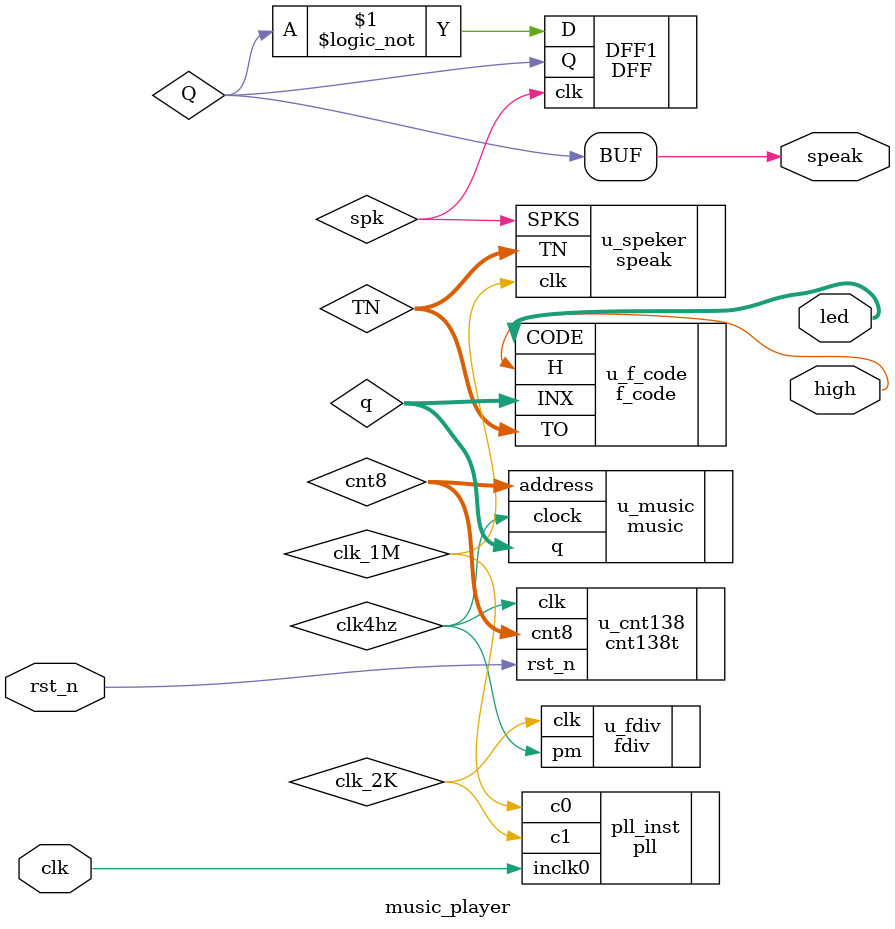
<source format=v>
module music_player(
	input					clk,
	input					rst_n,
	
	output				speak,
	output				high,
	output	[3:0]		led
);

//锁相环分频
wire clk_1M;
wire clk_2K;
pll pll_inst(   
	.inclk0  	(clk),
	.c0			(clk_1M),
	.c1			(clk_2K)
);

//计数分频
wire clk4hz;
fdiv u_fdiv(
	.clk			(clk_2K),
	.pm			(clk4hz)
);

//乐谱播放计数
wire [7:0] cnt8;
cnt138t u_cnt138(
	.clk			(clk4hz),
	.rst_n		(rst_n),
	.cnt8			(cnt8)
	);

//查找ROM
wire [3:0] q;
music	u_music(
	.address 	(cnt8),
	.clock 		(clk4hz),
	.q 			(q)
);

//音调编码
wire [10:0] TN;
f_code u_f_code(
	.INX			(q),
	.CODE			(led),
	.TO			(TN),
	.H				(high)
);

//音乐输出
wire spk;
speak u_speker (
	.clk			(clk_1M),
	.TN			(TN),
	.SPKS			(spk)
);

//DFF
wire Q;
DFF DFF1(
	.clk(spk),
	.D(!Q),
	.Q(Q)
);

assign speak = Q;

endmodule 
	

</source>
